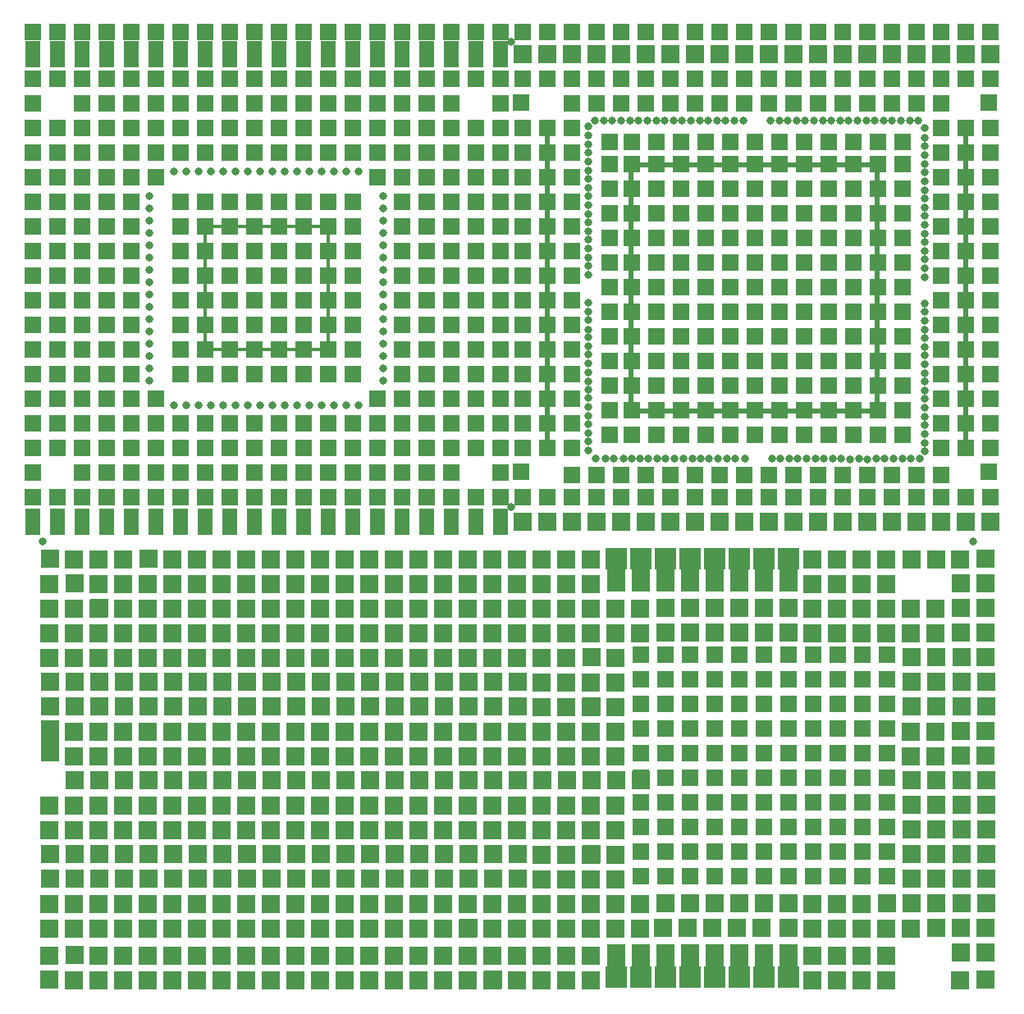
<source format=gbs>
G04 ---------------------------- Layer name :BOTTOM SOLDER LAYER*
G04 easyEDA 0.1*
G04 Scale: 100 percent, Rotated: No, Reflected: No *
G04 Dimensions in inches *
G04 leading zeros omitted , absolute positions ,2 integer and 4 * 
%FSLAX24Y24*%
%MOIN*%
G90*
G70D02*

%ADD11C,0.020000*%
%ADD12C,0.014000*%
%ADD13C,0.013910*%
%ADD14R,0.078079X0.078079*%
%ADD15R,0.078079X0.165480*%
%ADD16R,0.068000X0.068000*%
%ADD17R,0.078000X0.078000*%
%ADD18R,0.088000X0.088000*%
%ADD19C,0.068000*%
%ADD21R,0.063700X0.108300*%
%ADD22R,0.078079X0.106425*%
%ADD23C,0.032000*%
%ADD25C,0.032400*%

%LPD*%
G54D11*
G01X38200Y74300D02*
G01X38200Y61300D01*
G01X21200Y74300D02*
G01X21200Y61300D01*
G01X24600Y62800D02*
G01X34700Y62800D01*
G01X34600Y62800D02*
G01X34600Y72800D01*
G01X34700Y72800D02*
G01X24700Y72800D01*
G01X24600Y72900D02*
G01X24600Y62900D01*
G54D12*
G01X12300Y65300D02*
G01X7300Y65300D01*
G01X12300Y70300D02*
G01X12300Y65300D01*
G01X7300Y65300D02*
G01X7300Y70300D01*
G54D13*
G01X7300Y70300D02*
G01X12300Y70300D01*
G54D14*
G01X39000Y53800D03*
G01X975Y45784D03*
G01X975Y46784D03*
G54D15*
G01X1000Y49400D03*
G54D14*
G01X1975Y49784D03*
G01X1975Y48784D03*
G01X2975Y49784D03*
G01X2975Y48784D03*
G01X3975Y49784D03*
G01X3975Y48784D03*
G01X4975Y49784D03*
G01X4975Y48784D03*
G01X5975Y49784D03*
G01X5975Y48784D03*
G01X6975Y49784D03*
G01X6975Y48784D03*
G01X7975Y49784D03*
G01X7975Y48784D03*
G01X8975Y49784D03*
G01X8975Y48784D03*
G01X9975Y49784D03*
G01X9975Y48784D03*
G01X10975Y49784D03*
G01X10975Y48784D03*
G01X11975Y49784D03*
G01X11975Y48784D03*
G01X12975Y49784D03*
G01X12975Y48784D03*
G01X13975Y49784D03*
G01X13975Y48784D03*
G01X14975Y49784D03*
G01X14975Y48784D03*
G01X15975Y49784D03*
G01X15975Y48784D03*
G01X16975Y49784D03*
G01X16975Y48784D03*
G01X17975Y49784D03*
G01X17975Y48784D03*
G01X1975Y46784D03*
G01X1975Y45784D03*
G01X2975Y46784D03*
G01X2975Y45784D03*
G01X3975Y46784D03*
G01X3975Y45784D03*
G01X4975Y46784D03*
G01X4975Y45784D03*
G01X5975Y46784D03*
G01X5975Y45784D03*
G01X6975Y46784D03*
G01X6975Y45784D03*
G01X7975Y46784D03*
G01X7975Y45784D03*
G01X8975Y46784D03*
G01X8975Y45784D03*
G01X9975Y46784D03*
G01X9975Y45784D03*
G01X10975Y46784D03*
G01X10975Y45784D03*
G01X11975Y46784D03*
G01X11975Y45784D03*
G01X12975Y46784D03*
G01X12975Y45784D03*
G01X13975Y46784D03*
G01X13975Y45784D03*
G01X14975Y46784D03*
G01X14975Y45784D03*
G01X15975Y46784D03*
G01X15975Y45784D03*
G01X16975Y46784D03*
G01X16975Y45784D03*
G01X17975Y46784D03*
G01X17975Y45784D03*
G01X18975Y46784D03*
G01X18975Y45784D03*
G01X18975Y49784D03*
G01X18975Y48784D03*
G01X19975Y49784D03*
G01X19975Y48784D03*
G01X20975Y50784D03*
G01X20975Y49784D03*
G01X21975Y50784D03*
G01X21975Y49784D03*
G01X22975Y50784D03*
G01X22975Y49784D03*
G01X23975Y50784D03*
G01X23975Y49784D03*
G01X19975Y52784D03*
G01X19975Y46784D03*
G01X19975Y45784D03*
G01X20975Y46784D03*
G01X20975Y45784D03*
G01X21975Y46784D03*
G01X21975Y45784D03*
G01X22975Y46784D03*
G01X22975Y45784D03*
G01X23975Y46784D03*
G01X23975Y45784D03*
G01X975Y41784D03*
G01X975Y42784D03*
G01X1975Y42784D03*
G01X1975Y41784D03*
G01X2975Y42784D03*
G01X2975Y41784D03*
G01X3975Y42784D03*
G01X3975Y41784D03*
G01X4975Y42784D03*
G01X4975Y41784D03*
G01X5975Y42784D03*
G01X5975Y41784D03*
G01X6975Y42784D03*
G01X6975Y41784D03*
G01X7975Y42784D03*
G01X7975Y41784D03*
G01X8975Y42784D03*
G01X8975Y41784D03*
G01X9975Y42784D03*
G01X9975Y41784D03*
G01X10975Y42784D03*
G01X10975Y41784D03*
G01X11975Y42784D03*
G01X11975Y41784D03*
G01X12975Y42784D03*
G01X12975Y41784D03*
G01X13975Y42784D03*
G01X13975Y41784D03*
G01X14975Y42784D03*
G01X14975Y41784D03*
G01X15975Y42784D03*
G01X15975Y41784D03*
G01X16975Y42784D03*
G01X16975Y41784D03*
G01X17975Y42784D03*
G01X17975Y41784D03*
G01X18975Y42784D03*
G01X18975Y41784D03*
G01X19975Y42784D03*
G01X19975Y41784D03*
G01X20975Y42784D03*
G01X20975Y41784D03*
G01X21975Y42784D03*
G01X21975Y41784D03*
G01X22975Y42784D03*
G01X22975Y41784D03*
G01X23975Y42784D03*
G01X23975Y41784D03*
G01X24975Y42784D03*
G01X24975Y41784D03*
G01X975Y40684D03*
G01X1975Y39684D03*
G01X2975Y40684D03*
G01X2975Y39684D03*
G01X3975Y40684D03*
G01X3975Y39684D03*
G01X4975Y40684D03*
G01X4975Y39684D03*
G01X5975Y40684D03*
G01X5975Y39684D03*
G01X6975Y40684D03*
G01X6975Y39684D03*
G01X7975Y40684D03*
G01X7975Y39684D03*
G01X8975Y40684D03*
G01X8975Y39684D03*
G01X9975Y40684D03*
G01X9975Y39684D03*
G01X10975Y40684D03*
G01X10975Y39684D03*
G01X11975Y40684D03*
G01X11975Y39684D03*
G01X12975Y40684D03*
G01X12975Y39684D03*
G01X13975Y40684D03*
G01X13975Y39684D03*
G01X14975Y40684D03*
G01X14975Y39684D03*
G01X15975Y40684D03*
G01X15975Y39684D03*
G01X16975Y40684D03*
G01X16975Y39684D03*
G01X17975Y40684D03*
G01X17975Y39684D03*
G01X18975Y40684D03*
G01X18975Y39684D03*
G01X19975Y40684D03*
G01X19975Y39684D03*
G01X20975Y40684D03*
G01X20975Y39684D03*
G01X21975Y40684D03*
G01X21975Y39684D03*
G01X22975Y40684D03*
G01X22975Y39684D03*
G01X975Y55784D03*
G01X1975Y56784D03*
G01X2975Y56784D03*
G01X2975Y55784D03*
G01X3975Y56784D03*
G01X3975Y55784D03*
G01X5000Y56800D03*
G01X4975Y55784D03*
G01X5975Y56784D03*
G01X5975Y55784D03*
G01X6975Y56784D03*
G01X6975Y55784D03*
G01X7975Y56784D03*
G01X7975Y55784D03*
G01X8975Y56784D03*
G01X8975Y55784D03*
G01X9975Y56784D03*
G01X9975Y55784D03*
G01X10975Y56784D03*
G01X10975Y55784D03*
G01X11975Y56784D03*
G01X11975Y55784D03*
G01X12975Y56784D03*
G01X12975Y55784D03*
G01X13975Y56784D03*
G01X13975Y55784D03*
G01X14975Y56784D03*
G01X14975Y55784D03*
G01X15975Y56784D03*
G01X15975Y55784D03*
G01X16975Y56784D03*
G01X16975Y55784D03*
G01X17975Y56784D03*
G01X17975Y55784D03*
G01X18975Y56784D03*
G01X18975Y55784D03*
G01X19975Y56784D03*
G01X19975Y55784D03*
G01X20975Y56784D03*
G01X20975Y55784D03*
G01X21975Y56784D03*
G01X21975Y55784D03*
G01X22975Y56784D03*
G01X22975Y55784D03*
G01X975Y53784D03*
G01X975Y54784D03*
G01X1975Y54784D03*
G01X1975Y53784D03*
G01X2975Y54784D03*
G01X2975Y53784D03*
G01X3975Y54784D03*
G01X3975Y53784D03*
G01X4975Y54784D03*
G01X4975Y53784D03*
G01X5975Y54784D03*
G01X5975Y53784D03*
G01X6975Y54784D03*
G01X6975Y53784D03*
G01X7975Y54784D03*
G01X7975Y53784D03*
G01X8975Y54784D03*
G01X8975Y53784D03*
G01X9975Y54784D03*
G01X9975Y53784D03*
G01X10975Y54784D03*
G01X10975Y53784D03*
G01X11975Y54784D03*
G01X11975Y53784D03*
G01X12975Y54784D03*
G01X12975Y53784D03*
G01X13975Y54784D03*
G01X13975Y53784D03*
G01X14975Y54784D03*
G01X14975Y53784D03*
G01X15975Y54784D03*
G01X15975Y53784D03*
G01X16975Y54784D03*
G01X16975Y53784D03*
G01X17975Y54784D03*
G01X17975Y53784D03*
G01X18975Y54784D03*
G01X18975Y53784D03*
G01X19975Y54784D03*
G01X19975Y53784D03*
G01X20975Y54784D03*
G01X20975Y53784D03*
G01X21975Y54784D03*
G01X21975Y53784D03*
G01X22975Y54784D03*
G01X22975Y53784D03*
G01X23975Y54784D03*
G01X23975Y53784D03*
G01X24975Y54784D03*
G01X24975Y53784D03*
G01X20975Y52784D03*
G01X20975Y51784D03*
G01X21975Y52784D03*
G01X21975Y51784D03*
G01X23000Y52800D03*
G01X22975Y51784D03*
G01X23975Y52784D03*
G01X23975Y51784D03*
G01X20975Y44784D03*
G01X20975Y43784D03*
G01X21975Y44784D03*
G01X21975Y43784D03*
G01X22975Y44784D03*
G01X22975Y43784D03*
G01X23975Y44784D03*
G01X23975Y43784D03*
G01X25900Y41800D03*
G01X26900Y41800D03*
G01X27900Y41800D03*
G01X28900Y41800D03*
G01X35975Y48784D03*
G01X29900Y41800D03*
G01X31000Y41800D03*
G01X31975Y41784D03*
G01X32975Y41784D03*
G01X36975Y48784D03*
G01X31975Y40684D03*
G01X31975Y39684D03*
G01X32975Y40684D03*
G01X32975Y39684D03*
G01X33975Y41784D03*
G01X34975Y41784D03*
G01X35975Y41784D03*
G01X37000Y41800D03*
G01X33975Y40684D03*
G01X33975Y39684D03*
G01X34975Y40684D03*
G01X34975Y39684D03*
G01X39000Y40800D03*
G01X975Y52784D03*
G01X1975Y52784D03*
G01X2975Y52784D03*
G01X3975Y52784D03*
G01X4975Y52784D03*
G01X5975Y52784D03*
G01X6975Y52784D03*
G01X7975Y52784D03*
G01X8975Y52784D03*
G01X9975Y52784D03*
G01X10975Y52784D03*
G01X11975Y52784D03*
G01X12975Y52784D03*
G01X13975Y52784D03*
G01X14975Y52784D03*
G01X15975Y52784D03*
G01X16975Y52784D03*
G01X17975Y52784D03*
G01X18975Y52784D03*
G01X20975Y48784D03*
G01X21975Y48784D03*
G01X22975Y48784D03*
G01X23975Y48784D03*
G01X34975Y53784D03*
G01X37975Y39684D03*
G01X36000Y43800D03*
G01X36000Y42800D03*
G01X37000Y43800D03*
G01X37000Y42800D03*
G01X26000Y54800D03*
G01X27000Y54800D03*
G01X28000Y54800D03*
G01X29000Y54800D03*
G01X30000Y54800D03*
G01X31975Y55784D03*
G01X32975Y55784D03*
G01X33975Y55784D03*
G01X34975Y55784D03*
G01X31000Y54800D03*
G01X31975Y54784D03*
G01X32975Y54784D03*
G01X33975Y54784D03*
G01X34975Y54784D03*
G01X39000Y55800D03*
G01X36975Y53784D03*
G01X35975Y54784D03*
G01X36975Y54784D03*
G01X39000Y54800D03*
G01X35975Y53784D03*
G01X36000Y52800D03*
G01X37000Y52800D03*
G01X37000Y50800D03*
G01X36000Y51800D03*
G01X37000Y51800D03*
G01X36000Y50800D03*
G01X36000Y47800D03*
G01X37000Y47800D03*
G01X37000Y45800D03*
G01X36000Y46800D03*
G01X37000Y46800D03*
G01X36000Y45800D03*
G01X35975Y49784D03*
G01X36975Y49784D03*
G01X36000Y44800D03*
G01X37000Y44800D03*
G01X35000Y42800D03*
G01X31975Y56784D03*
G01X32975Y56784D03*
G01X33975Y56784D03*
G01X34975Y56784D03*
G01X37975Y56784D03*
G01X2000Y47800D03*
G01X3000Y47800D03*
G01X4000Y47800D03*
G01X5000Y47800D03*
G01X6000Y47800D03*
G01X7000Y47800D03*
G01X8000Y47800D03*
G01X9000Y47800D03*
G01X10000Y47800D03*
G01X11000Y47800D03*
G01X12000Y47800D03*
G01X13000Y47800D03*
G01X14000Y47800D03*
G01X15000Y47800D03*
G01X16000Y47800D03*
G01X17000Y47800D03*
G01X18000Y47800D03*
G01X19000Y47800D03*
G01X20000Y47800D03*
G01X21000Y47800D03*
G01X22000Y47800D03*
G01X23000Y47800D03*
G01X24000Y47800D03*
G01X2000Y55800D03*
G01X2000Y40700D03*
G01X1000Y56800D03*
G01X976Y39700D03*
G01X36000Y56784D03*
G01X37000Y56784D03*
G01X39000Y48800D03*
G01X39000Y41800D03*
G01X39025Y43815D03*
G01X39025Y42815D03*
G01X39025Y50815D03*
G01X39025Y51815D03*
G01X39025Y47815D03*
G01X39025Y45815D03*
G01X39025Y46815D03*
G01X39000Y49800D03*
G01X39025Y44815D03*
G01X39000Y53800D03*
G01X39000Y52800D03*
G01X38000Y48800D03*
G01X38000Y41800D03*
G01X38025Y43815D03*
G01X38025Y42815D03*
G01X38000Y53800D03*
G01X38000Y54800D03*
G01X38025Y52815D03*
G01X38025Y50815D03*
G01X38025Y51815D03*
G01X38025Y47815D03*
G01X38025Y45815D03*
G01X38025Y46815D03*
G01X38000Y49800D03*
G01X38025Y44815D03*
G01X38000Y40800D03*
G01X38000Y55800D03*
G54D16*
G01X35000Y43900D03*
G01X34000Y43900D03*
G01X33000Y43900D03*
G01X32000Y43900D03*
G01X31000Y43900D03*
G01X30000Y43900D03*
G01X29000Y43900D03*
G01X28000Y43900D03*
G01X27000Y43900D03*
G01X26000Y43900D03*
G01X25000Y43900D03*
G01X35000Y44900D03*
G01X34000Y44900D03*
G01X33000Y44900D03*
G01X32000Y44900D03*
G01X31000Y44900D03*
G01X30000Y44900D03*
G01X29000Y44900D03*
G01X28000Y44900D03*
G01X27000Y44900D03*
G01X26000Y44900D03*
G01X25000Y44900D03*
G01X35000Y45900D03*
G01X34000Y45900D03*
G01X33000Y45900D03*
G01X32000Y45900D03*
G01X31000Y45900D03*
G01X30000Y45900D03*
G01X29000Y45900D03*
G01X28000Y45900D03*
G01X27000Y45900D03*
G01X26000Y45900D03*
G01X25000Y45900D03*
G01X35000Y46900D03*
G01X34000Y46900D03*
G01X33000Y46900D03*
G01X32000Y46900D03*
G01X31000Y46900D03*
G01X30000Y46900D03*
G01X29000Y46900D03*
G01X28000Y46900D03*
G01X27000Y46900D03*
G01X26000Y46900D03*
G01X25000Y46900D03*
G01X35000Y47900D03*
G01X34000Y47900D03*
G01X33000Y47900D03*
G01X32000Y47900D03*
G01X31000Y47900D03*
G01X30000Y47900D03*
G01X29000Y47900D03*
G01X28000Y47900D03*
G01X27000Y47900D03*
G01X26000Y47900D03*
G01X25000Y47900D03*
G01X35000Y48900D03*
G01X34000Y48900D03*
G01X33000Y48900D03*
G01X32000Y48900D03*
G01X31000Y48900D03*
G01X30000Y48900D03*
G01X29000Y48900D03*
G01X28000Y48900D03*
G01X27000Y48900D03*
G01X26000Y48900D03*
G01X25000Y48900D03*
G01X35000Y49900D03*
G01X34000Y49900D03*
G01X33000Y49900D03*
G01X32000Y49900D03*
G01X31000Y49900D03*
G01X30000Y49900D03*
G01X29000Y49900D03*
G01X28000Y49900D03*
G01X27000Y49900D03*
G01X26000Y49900D03*
G01X25000Y49900D03*
G01X35000Y50900D03*
G01X34000Y50900D03*
G01X33000Y50900D03*
G01X32000Y50900D03*
G01X31000Y50900D03*
G01X30000Y50900D03*
G01X29000Y50900D03*
G01X28000Y50900D03*
G01X27000Y50900D03*
G01X26000Y50900D03*
G01X25000Y50900D03*
G01X35000Y51900D03*
G01X34000Y51900D03*
G01X33000Y51900D03*
G01X32000Y51900D03*
G01X31000Y51900D03*
G01X30000Y51900D03*
G01X29000Y51900D03*
G01X28000Y51900D03*
G01X27000Y51900D03*
G01X26000Y51900D03*
G01X25000Y51900D03*
G01X35000Y52900D03*
G01X34000Y52900D03*
G01X33000Y52900D03*
G01X32000Y52900D03*
G01X31000Y52900D03*
G01X30000Y52900D03*
G01X29000Y52900D03*
G01X28000Y52900D03*
G01X27000Y52900D03*
G01X26000Y52900D03*
G01X25000Y52900D03*
G01X13300Y59300D03*
G01X13300Y60300D03*
G01X13300Y61300D03*
G01X13300Y62300D03*
G01X14300Y59300D03*
G01X14300Y60300D03*
G01X14300Y61300D03*
G01X14300Y62300D03*
G01X15300Y59300D03*
G01X15300Y60300D03*
G01X15300Y61300D03*
G01X15300Y62300D03*
G01X16300Y59300D03*
G01X16300Y60300D03*
G01X16300Y61300D03*
G01X16300Y62300D03*
G01X17300Y59300D03*
G01X17300Y60300D03*
G01X17300Y61300D03*
G01X17300Y62300D03*
G01X18300Y59300D03*
G01X18300Y61300D03*
G01X18300Y62300D03*
G01X14300Y63300D03*
G01X15300Y63300D03*
G01X16300Y63300D03*
G01X17300Y63300D03*
G01X18300Y63300D03*
G01X13300Y64300D03*
G01X15300Y64300D03*
G01X16300Y64300D03*
G01X17300Y64300D03*
G01X18300Y64300D03*
G01X13300Y65300D03*
G01X13300Y66300D03*
G01X13300Y67300D03*
G01X13300Y68300D03*
G01X15300Y65300D03*
G01X15300Y66300D03*
G01X15300Y67300D03*
G01X15300Y68300D03*
G01X16300Y65300D03*
G01X16300Y66300D03*
G01X16300Y67300D03*
G01X16300Y68300D03*
G01X17300Y65300D03*
G01X17300Y66300D03*
G01X17300Y67300D03*
G01X17300Y68300D03*
G01X18300Y65300D03*
G01X18300Y66300D03*
G01X18300Y67300D03*
G01X18300Y68300D03*
G01X13300Y69300D03*
G01X15300Y69300D03*
G01X16300Y69300D03*
G01X17300Y69300D03*
G01X18300Y69300D03*
G01X13300Y70300D03*
G01X15300Y70300D03*
G01X16300Y70300D03*
G01X17300Y70300D03*
G01X18300Y70300D03*
G01X13300Y71300D03*
G01X13300Y73300D03*
G01X13300Y74300D03*
G01X14300Y72300D03*
G01X14300Y73300D03*
G01X14300Y74300D03*
G01X15300Y71300D03*
G01X15300Y72300D03*
G01X15300Y73300D03*
G01X15300Y74300D03*
G01X16300Y71300D03*
G01X16300Y72300D03*
G01X16300Y73300D03*
G01X16300Y74300D03*
G01X17300Y71300D03*
G01X17300Y72300D03*
G01X17300Y73300D03*
G01X17300Y74300D03*
G01X18300Y71300D03*
G01X18300Y72300D03*
G01X18300Y73300D03*
G01X18300Y74300D03*
G01X13300Y75300D03*
G01X14300Y75300D03*
G01X15300Y75300D03*
G01X16300Y75300D03*
G01X17300Y75300D03*
G01X13300Y76300D03*
G01X14300Y76300D03*
G01X15300Y76300D03*
G01X16300Y76300D03*
G01X17300Y76300D03*
G01X18300Y76300D03*
G01X7300Y59300D03*
G01X7300Y60300D03*
G01X7300Y61300D03*
G01X7300Y62300D03*
G01X8300Y59300D03*
G01X8300Y60300D03*
G01X8300Y61300D03*
G01X8300Y62300D03*
G01X9300Y59300D03*
G01X9300Y60300D03*
G01X9300Y61300D03*
G01X9300Y62300D03*
G01X10300Y59300D03*
G01X10300Y60300D03*
G01X10300Y61300D03*
G01X10300Y62300D03*
G01X11300Y59300D03*
G01X11300Y60300D03*
G01X11300Y61300D03*
G01X11300Y62300D03*
G01X12300Y59300D03*
G01X12300Y60300D03*
G01X12300Y61300D03*
G01X12300Y62300D03*
G01X7300Y64300D03*
G01X8300Y64300D03*
G01X9300Y64300D03*
G01X10300Y64300D03*
G01X11300Y64300D03*
G01X12300Y64300D03*
G01X7300Y65300D03*
G01X7300Y66300D03*
G01X7300Y67300D03*
G01X7300Y68300D03*
G01X8300Y65300D03*
G01X8300Y66300D03*
G01X8300Y67300D03*
G01X8300Y68300D03*
G01X9300Y65300D03*
G01X9300Y66300D03*
G01X9300Y67300D03*
G01X9300Y68300D03*
G01X10300Y65300D03*
G01X10300Y66300D03*
G01X10300Y67300D03*
G01X10300Y68300D03*
G01X11300Y65300D03*
G01X11300Y66300D03*
G01X11300Y67300D03*
G01X11300Y68300D03*
G01X12300Y65300D03*
G01X12300Y66300D03*
G01X12300Y67300D03*
G01X12300Y68300D03*
G01X7300Y69300D03*
G01X8300Y69300D03*
G01X9300Y69300D03*
G01X10300Y69300D03*
G01X11300Y69300D03*
G01X12300Y69300D03*
G01X7300Y70300D03*
G01X8300Y70300D03*
G01X9300Y70300D03*
G01X10300Y70300D03*
G01X11300Y70300D03*
G01X12300Y70300D03*
G01X7300Y71300D03*
G01X7300Y73300D03*
G01X7300Y74300D03*
G01X8300Y71300D03*
G01X8300Y73300D03*
G01X8300Y74300D03*
G01X9300Y71300D03*
G01X9300Y73300D03*
G01X9300Y74300D03*
G01X10300Y71300D03*
G01X10300Y73300D03*
G01X10300Y74300D03*
G01X11300Y71300D03*
G01X11300Y73300D03*
G01X11300Y74300D03*
G01X12300Y71300D03*
G01X12300Y73300D03*
G01X12300Y74300D03*
G01X7300Y75300D03*
G01X8300Y75300D03*
G01X9300Y75300D03*
G01X10300Y75300D03*
G01X11300Y75300D03*
G01X12300Y75300D03*
G01X7300Y76300D03*
G01X8300Y76300D03*
G01X9300Y76300D03*
G01X10300Y76300D03*
G01X11300Y76300D03*
G01X12300Y76300D03*
G01X1300Y59300D03*
G01X1300Y61300D03*
G01X1300Y62300D03*
G01X2300Y59300D03*
G01X2300Y60300D03*
G01X2300Y61300D03*
G01X2300Y62300D03*
G01X3300Y59300D03*
G01X3300Y60300D03*
G01X3300Y61300D03*
G01X3300Y62300D03*
G01X4300Y59300D03*
G01X4300Y60300D03*
G01X4300Y61300D03*
G01X4300Y62300D03*
G01X5300Y59300D03*
G01X5300Y60300D03*
G01X5300Y61300D03*
G01X5300Y62300D03*
G01X6300Y59300D03*
G01X6300Y60300D03*
G01X6300Y61300D03*
G01X6300Y62300D03*
G01X1300Y63300D03*
G01X2300Y63300D03*
G01X3300Y63300D03*
G01X4300Y63300D03*
G01X5300Y63300D03*
G01X1300Y64300D03*
G01X2300Y64300D03*
G01X3300Y64300D03*
G01X4300Y64300D03*
G01X6300Y64300D03*
G01X1300Y65300D03*
G01X1300Y66300D03*
G01X1300Y67300D03*
G01X1300Y68300D03*
G01X2300Y65300D03*
G01X2300Y66300D03*
G01X2300Y67300D03*
G01X2300Y68300D03*
G01X3300Y65300D03*
G01X3300Y66300D03*
G01X3300Y67300D03*
G01X3300Y68300D03*
G01X4300Y65300D03*
G01X4300Y66300D03*
G01X4300Y67300D03*
G01X4300Y68300D03*
G01X6300Y65300D03*
G01X6300Y66300D03*
G01X6300Y67300D03*
G01X6300Y68300D03*
G01X1300Y69300D03*
G01X2300Y69300D03*
G01X3300Y69300D03*
G01X4300Y69300D03*
G01X6300Y69300D03*
G01X1300Y70300D03*
G01X2300Y70300D03*
G01X3300Y70300D03*
G01X4300Y70300D03*
G01X6300Y70300D03*
G01X1300Y71300D03*
G01X1300Y72300D03*
G01X1300Y73300D03*
G01X1300Y74300D03*
G01X2300Y71300D03*
G01X2300Y72300D03*
G01X2300Y73300D03*
G01X2300Y74300D03*
G01X3300Y71300D03*
G01X3300Y72300D03*
G01X3300Y73300D03*
G01X3300Y74300D03*
G01X4300Y71300D03*
G01X4300Y72300D03*
G01X4300Y73300D03*
G01X4300Y74300D03*
G01X5300Y72300D03*
G01X5300Y73300D03*
G01X5300Y74300D03*
G01X6300Y71300D03*
G01X6300Y73300D03*
G01X6300Y74300D03*
G01X2300Y75300D03*
G01X3300Y75300D03*
G01X4300Y75300D03*
G01X5300Y75300D03*
G01X6300Y75300D03*
G01X1300Y76300D03*
G01X2300Y76300D03*
G01X3300Y76300D03*
G01X4300Y76300D03*
G01X5300Y76300D03*
G01X6300Y76300D03*
G01X300Y59300D03*
G01X300Y60300D03*
G01X300Y61300D03*
G01X300Y62300D03*
G01X300Y63300D03*
G01X300Y64300D03*
G01X300Y65300D03*
G01X300Y66300D03*
G01X300Y67300D03*
G01X300Y68300D03*
G01X300Y69300D03*
G01X300Y70300D03*
G01X300Y71300D03*
G01X300Y72300D03*
G01X300Y73300D03*
G01X300Y74300D03*
G01X300Y75300D03*
G01X300Y76300D03*
G01X19300Y59300D03*
G01X19300Y60300D03*
G01X19300Y61300D03*
G01X19300Y62300D03*
G01X19300Y63300D03*
G01X19300Y64300D03*
G01X19300Y65300D03*
G01X19300Y66300D03*
G01X19300Y67300D03*
G01X19300Y68300D03*
G01X19300Y69300D03*
G01X19300Y70300D03*
G01X19300Y71300D03*
G01X19300Y72300D03*
G01X19300Y73300D03*
G01X19300Y74300D03*
G01X19300Y75300D03*
G01X19300Y76300D03*
G01X13300Y78200D03*
G01X14300Y78200D03*
G01X15300Y78200D03*
G01X16300Y78200D03*
G01X17300Y78200D03*
G01X18300Y78200D03*
G01X7300Y78200D03*
G01X8300Y78200D03*
G01X9300Y78200D03*
G01X10300Y78200D03*
G01X11300Y78200D03*
G01X12300Y78200D03*
G01X1300Y78200D03*
G01X2300Y78200D03*
G01X3300Y78200D03*
G01X4300Y78200D03*
G01X5300Y78200D03*
G01X6300Y78200D03*
G01X300Y78200D03*
G01X19300Y78200D03*
G01X25200Y60200D03*
G01X26200Y60200D03*
G01X27200Y60200D03*
G01X28200Y60200D03*
G01X29200Y60200D03*
G01X30200Y60200D03*
G01X31200Y60200D03*
G01X32200Y60200D03*
G01X33200Y60200D03*
G01X34200Y60200D03*
G01X35200Y60200D03*
G01X36200Y60200D03*
G54D17*
G01X39200Y77300D03*
G01X38200Y77300D03*
G01X37200Y77300D03*
G01X36200Y77300D03*
G01X35200Y77300D03*
G01X34200Y77300D03*
G01X33200Y77300D03*
G01X32200Y77300D03*
G01X31200Y77300D03*
G01X30200Y77300D03*
G01X29200Y77300D03*
G01X28200Y77300D03*
G01X27200Y77300D03*
G01X26200Y77300D03*
G01X25200Y77300D03*
G01X24200Y77300D03*
G01X23200Y77300D03*
G01X22200Y77300D03*
G01X21200Y77300D03*
G01X20200Y77300D03*
G54D16*
G01X20200Y76300D03*
G01X21200Y76300D03*
G01X22200Y76300D03*
G01X23200Y76300D03*
G01X24200Y76300D03*
G01X25200Y76300D03*
G01X26200Y76300D03*
G01X27200Y76300D03*
G01X28200Y76300D03*
G01X29200Y76300D03*
G01X30200Y76300D03*
G01X31200Y76300D03*
G01X32200Y76300D03*
G01X33200Y76300D03*
G01X34200Y76300D03*
G01X35200Y76300D03*
G01X36200Y76300D03*
G01X37200Y76300D03*
G01X38200Y76300D03*
G01X39200Y76300D03*
G01X22200Y75300D03*
G01X23200Y75300D03*
G01X24200Y75300D03*
G01X25200Y75300D03*
G01X26200Y75300D03*
G01X27200Y75300D03*
G01X28200Y75300D03*
G01X29200Y75300D03*
G01X30200Y75300D03*
G01X31200Y75300D03*
G01X32200Y75300D03*
G01X33200Y75300D03*
G01X34200Y75300D03*
G01X35200Y75300D03*
G01X36200Y75300D03*
G01X37200Y75300D03*
G01X20200Y74300D03*
G01X21200Y74300D03*
G01X25630Y73740D03*
G01X39200Y73300D03*
G01X37200Y74300D03*
G01X38200Y74300D03*
G01X20200Y73300D03*
G01X21200Y73300D03*
G01X23730Y72840D03*
G01X24630Y73740D03*
G01X26630Y73740D03*
G01X27630Y73740D03*
G01X28630Y73740D03*
G01X29630Y73740D03*
G01X30630Y73740D03*
G01X31630Y73740D03*
G01X32630Y73740D03*
G01X33630Y73740D03*
G01X34630Y73740D03*
G01X35630Y73740D03*
G01X23730Y73740D03*
G01X39200Y74300D03*
G01X37200Y73300D03*
G01X38200Y73300D03*
G01X20200Y72300D03*
G01X21200Y72300D03*
G01X23730Y71840D03*
G01X37200Y72300D03*
G01X38200Y72300D03*
G01X39200Y72300D03*
G01X20200Y71300D03*
G01X21200Y71300D03*
G01X23730Y70840D03*
G01X24630Y72840D03*
G01X25630Y72840D03*
G01X26630Y72840D03*
G01X27630Y72840D03*
G01X28630Y72840D03*
G01X29630Y72840D03*
G01X30630Y72840D03*
G01X31630Y72840D03*
G01X32630Y72840D03*
G01X33630Y72840D03*
G01X34630Y72840D03*
G01X35630Y72840D03*
G01X37200Y71300D03*
G01X38200Y71300D03*
G01X39200Y71300D03*
G01X20200Y70300D03*
G01X21200Y70300D03*
G01X23730Y69840D03*
G01X24630Y71840D03*
G01X25630Y71840D03*
G01X26630Y71840D03*
G01X27630Y71840D03*
G01X28630Y71840D03*
G01X29630Y71840D03*
G01X30630Y71840D03*
G01X31630Y71840D03*
G01X32630Y71840D03*
G01X33630Y71840D03*
G01X34630Y71840D03*
G01X35630Y71840D03*
G01X37200Y70300D03*
G01X38200Y70300D03*
G01X39200Y70300D03*
G01X20200Y69300D03*
G01X21200Y69300D03*
G01X23730Y68840D03*
G01X24630Y70840D03*
G01X25630Y70840D03*
G01X26630Y70840D03*
G01X27630Y70840D03*
G01X28630Y70840D03*
G01X29630Y70840D03*
G01X30630Y70840D03*
G01X31630Y70840D03*
G01X32630Y70840D03*
G01X33630Y70840D03*
G01X34630Y70840D03*
G01X35630Y70840D03*
G01X37200Y69300D03*
G01X38200Y69300D03*
G01X39200Y69300D03*
G01X20200Y68300D03*
G01X21200Y68300D03*
G01X23730Y67840D03*
G01X24630Y69840D03*
G01X25630Y69840D03*
G01X26630Y69840D03*
G01X27630Y69840D03*
G01X28630Y69840D03*
G01X29630Y69840D03*
G01X30630Y69840D03*
G01X31630Y69840D03*
G01X32630Y69840D03*
G01X33630Y69840D03*
G01X34630Y69840D03*
G01X35630Y69840D03*
G01X37200Y68300D03*
G01X38200Y68300D03*
G01X39200Y68300D03*
G01X20200Y67300D03*
G01X21200Y67300D03*
G01X23730Y66840D03*
G01X24630Y68840D03*
G01X25630Y68840D03*
G01X26630Y68840D03*
G01X27630Y68840D03*
G01X28630Y68840D03*
G01X29630Y68840D03*
G01X30630Y68840D03*
G01X31630Y68840D03*
G01X32630Y68840D03*
G01X33630Y68840D03*
G01X34630Y68840D03*
G01X35630Y68840D03*
G01X37200Y67300D03*
G01X38200Y67300D03*
G01X39200Y67300D03*
G01X20200Y66300D03*
G01X21200Y66300D03*
G01X23730Y65840D03*
G01X24630Y67840D03*
G01X25630Y67840D03*
G01X26630Y67840D03*
G01X27630Y67840D03*
G01X28630Y67840D03*
G01X29630Y67840D03*
G01X30630Y67840D03*
G01X31630Y67840D03*
G01X32630Y67840D03*
G01X33630Y67840D03*
G01X34630Y67840D03*
G01X35630Y67840D03*
G01X37200Y66300D03*
G01X38200Y66300D03*
G01X39200Y66300D03*
G01X20200Y65300D03*
G01X21200Y65300D03*
G01X23730Y64840D03*
G01X24630Y66840D03*
G01X25630Y66840D03*
G01X26630Y66840D03*
G01X27630Y66840D03*
G01X28630Y66840D03*
G01X29630Y66840D03*
G01X30630Y66840D03*
G01X31630Y66840D03*
G01X32630Y66840D03*
G01X33630Y66840D03*
G01X34630Y66840D03*
G01X35630Y66840D03*
G01X37200Y65300D03*
G01X38200Y65300D03*
G01X39200Y65300D03*
G01X20200Y64300D03*
G01X21200Y64300D03*
G01X23730Y63840D03*
G01X24630Y65840D03*
G01X25630Y65840D03*
G01X26630Y65840D03*
G01X27630Y65840D03*
G01X28630Y65840D03*
G01X29630Y65840D03*
G01X30630Y65840D03*
G01X31630Y65840D03*
G01X32630Y65840D03*
G01X33630Y65840D03*
G01X34630Y65840D03*
G01X35630Y65840D03*
G01X37200Y64300D03*
G01X38200Y64300D03*
G01X39200Y64300D03*
G01X20200Y63300D03*
G01X21200Y63300D03*
G01X23730Y62840D03*
G01X24630Y64840D03*
G01X25630Y64840D03*
G01X26630Y64840D03*
G01X27630Y64840D03*
G01X28630Y64840D03*
G01X29630Y64840D03*
G01X30630Y64840D03*
G01X31630Y64840D03*
G01X32630Y64840D03*
G01X33630Y64840D03*
G01X34630Y64840D03*
G01X35630Y64840D03*
G01X37200Y63300D03*
G01X38200Y63300D03*
G01X39200Y63300D03*
G01X20200Y62300D03*
G01X21200Y62300D03*
G01X23730Y61840D03*
G01X24630Y63840D03*
G01X25630Y63840D03*
G01X26630Y63840D03*
G01X27630Y63840D03*
G01X28630Y63840D03*
G01X29630Y63840D03*
G01X30630Y63840D03*
G01X31630Y63840D03*
G01X32630Y63840D03*
G01X33630Y63840D03*
G01X34630Y63840D03*
G01X35630Y63840D03*
G01X37200Y62300D03*
G01X38200Y62300D03*
G01X39200Y62300D03*
G01X20200Y61300D03*
G01X21200Y61300D03*
G01X22200Y60200D03*
G01X24630Y62840D03*
G01X25630Y62840D03*
G01X26630Y62840D03*
G01X27630Y62840D03*
G01X28630Y62840D03*
G01X29630Y62840D03*
G01X30630Y62840D03*
G01X31630Y62840D03*
G01X32630Y62840D03*
G01X33630Y62840D03*
G01X34630Y62840D03*
G01X35630Y62840D03*
G01X37200Y61300D03*
G01X38200Y61300D03*
G01X39200Y61300D03*
G01X23200Y60200D03*
G01X24630Y61840D03*
G01X25630Y61840D03*
G01X26630Y61840D03*
G01X27630Y61840D03*
G01X28630Y61840D03*
G01X29630Y61840D03*
G01X30630Y61840D03*
G01X31630Y61840D03*
G01X32630Y61840D03*
G01X33630Y61840D03*
G01X34630Y61840D03*
G01X35630Y61840D03*
G01X37200Y60200D03*
G01X20200Y59300D03*
G01X21200Y59300D03*
G01X24200Y60200D03*
G01X37200Y59300D03*
G01X38200Y59300D03*
G01X39200Y59300D03*
G01X22200Y59300D03*
G01X23200Y59300D03*
G01X24200Y59300D03*
G01X25200Y59300D03*
G01X26200Y59300D03*
G01X27200Y59300D03*
G01X28200Y59300D03*
G01X29200Y59300D03*
G01X30200Y59300D03*
G01X31200Y59300D03*
G01X32200Y59300D03*
G01X33200Y59300D03*
G01X34200Y59300D03*
G01X35200Y59300D03*
G01X36200Y59300D03*
G54D17*
G01X39200Y58300D03*
G01X38200Y58300D03*
G01X37200Y58300D03*
G01X36200Y58300D03*
G01X35200Y58300D03*
G01X34200Y58300D03*
G01X33200Y58300D03*
G01X32200Y58300D03*
G01X31200Y58300D03*
G01X30200Y58300D03*
G01X29200Y58300D03*
G01X28200Y58300D03*
G01X27200Y58300D03*
G01X26200Y58300D03*
G01X25200Y58300D03*
G01X24200Y58300D03*
G01X23200Y58300D03*
G01X22200Y58300D03*
G01X21200Y58300D03*
G01X20200Y58300D03*
G54D16*
G01X22200Y74300D03*
G01X22200Y73300D03*
G01X22200Y72300D03*
G01X22200Y71300D03*
G01X22200Y70300D03*
G01X22200Y69300D03*
G01X22200Y68300D03*
G01X22200Y67300D03*
G01X22200Y66300D03*
G01X22200Y65300D03*
G01X22200Y64300D03*
G01X22200Y63300D03*
G01X22200Y62300D03*
G01X22200Y61300D03*
G01X20152Y75350D03*
G01X39152Y75350D03*
G01X39152Y60350D03*
G01X20152Y60350D03*
G01X33200Y78200D03*
G01X34200Y78200D03*
G01X35200Y78200D03*
G01X36200Y78200D03*
G01X37200Y78200D03*
G01X38200Y78200D03*
G01X27200Y78200D03*
G01X28200Y78200D03*
G01X29200Y78200D03*
G01X30200Y78200D03*
G01X31200Y78200D03*
G01X32200Y78200D03*
G01X21200Y78200D03*
G01X22200Y78200D03*
G01X23200Y78200D03*
G01X24200Y78200D03*
G01X25200Y78200D03*
G01X26200Y78200D03*
G01X20200Y78200D03*
G01X39200Y78200D03*
G54D14*
G01X26000Y53800D03*
G01X27000Y53800D03*
G01X28000Y53800D03*
G01X29000Y53800D03*
G01X30000Y53800D03*
G01X31000Y53800D03*
G01X31975Y53784D03*
G01X32975Y53784D03*
G01X33975Y53784D03*
G01X26000Y42800D03*
G01X27000Y42800D03*
G01X28000Y42800D03*
G01X29000Y42800D03*
G01X30000Y42800D03*
G01X31000Y42800D03*
G01X31975Y42784D03*
G01X32975Y42784D03*
G01X33975Y42784D03*
G54D17*
G01X20000Y51800D03*
G01X20000Y50800D03*
G01X19000Y51800D03*
G01X19000Y50800D03*
G01X18000Y51800D03*
G01X18000Y50800D03*
G01X17000Y51800D03*
G01X17000Y50800D03*
G01X16000Y51800D03*
G01X16000Y50800D03*
G01X15000Y51800D03*
G01X15000Y50800D03*
G01X14000Y51800D03*
G01X14000Y50800D03*
G01X13000Y51800D03*
G01X13000Y50800D03*
G01X12000Y51800D03*
G01X12000Y50800D03*
G01X11000Y51800D03*
G01X11000Y50800D03*
G01X10000Y51800D03*
G01X10000Y50800D03*
G01X9000Y51800D03*
G01X9000Y50800D03*
G01X8000Y51800D03*
G01X8000Y50800D03*
G01X7000Y51800D03*
G01X7000Y50800D03*
G01X6000Y51800D03*
G01X6000Y50800D03*
G01X5000Y51800D03*
G01X5000Y50800D03*
G01X4000Y51800D03*
G01X4000Y50800D03*
G01X3000Y51800D03*
G01X3000Y50800D03*
G01X2000Y51800D03*
G01X2000Y50800D03*
G01X1000Y51800D03*
G01X1000Y50800D03*
G01X20000Y44800D03*
G01X20000Y43800D03*
G01X19000Y44800D03*
G01X19000Y43800D03*
G01X18000Y44800D03*
G01X18000Y43800D03*
G01X17000Y44800D03*
G01X17000Y43800D03*
G01X16000Y44800D03*
G01X16000Y43800D03*
G01X15000Y44800D03*
G01X15000Y43800D03*
G01X14000Y44800D03*
G01X14000Y43800D03*
G01X13000Y44800D03*
G01X13000Y43800D03*
G01X12000Y44800D03*
G01X12000Y43800D03*
G01X11000Y44800D03*
G01X11000Y43800D03*
G01X10000Y44800D03*
G01X10000Y43800D03*
G01X9000Y44800D03*
G01X9000Y43800D03*
G01X8000Y44800D03*
G01X8000Y43800D03*
G01X7000Y44800D03*
G01X7000Y43800D03*
G01X6000Y44800D03*
G01X6000Y43800D03*
G01X5000Y44800D03*
G01X5000Y43800D03*
G01X4000Y44800D03*
G01X4000Y43800D03*
G01X3000Y44800D03*
G01X3000Y43800D03*
G01X2000Y44800D03*
G01X2000Y43800D03*
G01X1000Y44800D03*
G01X1000Y43800D03*
G54D18*
G01X24000Y56800D03*
G01X25000Y56800D03*
G01X26000Y56800D03*
G01X27000Y56800D03*
G01X28000Y56800D03*
G01X29000Y56800D03*
G01X30000Y56800D03*
G01X31000Y56800D03*
G01X24000Y39800D03*
G01X25000Y39800D03*
G01X26000Y39800D03*
G01X27000Y39800D03*
G01X28000Y39800D03*
G01X29000Y39800D03*
G01X30000Y39800D03*
G01X31000Y39800D03*
G54D19*
G01X38007Y40800D03*
G01X38007Y41800D03*
G01X38007Y42800D03*
G01X38007Y43800D03*
G01X38007Y44800D03*
G01X38007Y45800D03*
G01X38007Y46800D03*
G01X38007Y47800D03*
G01X38007Y48800D03*
G01X38007Y49800D03*
G01X38007Y50800D03*
G01X38007Y51800D03*
G01X38007Y52800D03*
G01X38007Y53800D03*
G01X38007Y54800D03*
G01X38007Y55800D03*
G54D21*
G01X19300Y77300D03*
G01X18300Y77300D03*
G01X17300Y77300D03*
G01X16300Y77300D03*
G01X15300Y77300D03*
G01X14300Y77300D03*
G01X13300Y77300D03*
G01X12300Y77300D03*
G01X11300Y77300D03*
G01X10300Y77300D03*
G01X9300Y77300D03*
G01X8300Y77300D03*
G01X7300Y77300D03*
G01X6300Y77300D03*
G01X5300Y77300D03*
G01X4300Y77300D03*
G01X3300Y77300D03*
G01X2300Y77300D03*
G01X1300Y77300D03*
G01X300Y77300D03*
G01X19300Y58300D03*
G01X18300Y58300D03*
G01X17300Y58300D03*
G01X16300Y58300D03*
G01X15300Y58300D03*
G01X14300Y58300D03*
G01X13300Y58300D03*
G01X12300Y58300D03*
G01X11300Y58300D03*
G01X10300Y58300D03*
G01X9300Y58300D03*
G01X8300Y58300D03*
G01X7300Y58300D03*
G01X6300Y58300D03*
G01X5300Y58300D03*
G01X4300Y58300D03*
G01X3300Y58300D03*
G01X2300Y58300D03*
G01X1300Y58300D03*
G01X300Y58300D03*
G54D14*
G01X2000Y47800D03*
G01X25000Y47800D03*
G54D22*
G01X24000Y56000D03*
G01X25000Y56000D03*
G01X26000Y56000D03*
G01X27000Y56000D03*
G01X28000Y56000D03*
G01X29000Y56000D03*
G01X30000Y56000D03*
G01X31000Y56000D03*
G54D14*
G01X39000Y56800D03*
G54D22*
G01X24000Y40600D03*
G01X25000Y40600D03*
G01X26000Y40600D03*
G01X27000Y40600D03*
G01X28000Y40600D03*
G01X29000Y40600D03*
G01X30000Y40600D03*
G01X31000Y40600D03*
G54D14*
G01X39000Y39700D03*
G01X1000Y49800D03*
G01X23000Y44800D03*
G01X19000Y39700D03*
G01X18000Y41800D03*
G01X23000Y50800D03*
G01X1000Y56800D03*
G01X3000Y54800D03*
G54D23*
G01X5050Y64050D03*
G01X5050Y64550D03*
G01X5050Y65050D03*
G01X5050Y65550D03*
G01X5050Y66050D03*
G01X5050Y66550D03*
G01X5050Y67050D03*
G01X5050Y67550D03*
G01X5050Y68050D03*
G01X5050Y68550D03*
G01X5050Y69050D03*
G01X5050Y69550D03*
G01X5050Y70050D03*
G01X5050Y70550D03*
G01X5050Y71050D03*
G01X5050Y71550D03*
G01X6550Y63050D03*
G01X6050Y63050D03*
G01X8550Y63050D03*
G01X8050Y63050D03*
G01X7550Y63050D03*
G01X7050Y63050D03*
G01X10550Y63050D03*
G01X10050Y63050D03*
G01X9550Y63050D03*
G01X9050Y63050D03*
G01X7050Y72550D03*
G01X6050Y72550D03*
G01X6550Y72550D03*
G01X8050Y72550D03*
G01X7550Y72550D03*
G01X11550Y63050D03*
G01X11050Y63050D03*
G01X10050Y72550D03*
G01X9550Y72550D03*
G01X9050Y72550D03*
G01X8550Y72550D03*
G01X12050Y72550D03*
G01X11550Y72550D03*
G01X11050Y72550D03*
G01X10550Y72550D03*
G01X14550Y64050D03*
G01X14550Y66050D03*
G01X14550Y65550D03*
G01X14550Y65050D03*
G01X14550Y64550D03*
G01X14550Y68050D03*
G01X14550Y67550D03*
G01X14550Y67050D03*
G01X14550Y66550D03*
G01X14550Y70050D03*
G01X14550Y69550D03*
G01X14550Y69050D03*
G01X14550Y68550D03*
G01X12550Y63050D03*
G01X12050Y63050D03*
G01X13550Y63050D03*
G01X13050Y63050D03*
G01X13050Y72550D03*
G01X12550Y72550D03*
G01X13550Y72550D03*
G01X14550Y71050D03*
G01X14550Y71550D03*
G01X14550Y70550D03*
G54D25*
G01X29227Y60863D03*
G01X28852Y60863D03*
G01X28505Y60863D03*
G01X27784Y60863D03*
G01X27111Y60863D03*
G01X26384Y60863D03*
G01X25663Y60863D03*
G01X24984Y60863D03*
G01X24305Y60863D03*
G01X23556Y60863D03*
G01X22876Y61223D03*
G01X22876Y61917D03*
G01X22876Y62609D03*
G01X22876Y63330D03*
G01X22876Y64003D03*
G01X22876Y64738D03*
G01X22876Y65444D03*
G01X22876Y66123D03*
G01X22876Y66838D03*
G01X28138Y60863D03*
G01X27444Y60863D03*
G01X26744Y60863D03*
G01X26015Y60863D03*
G01X25309Y60863D03*
G01X24631Y60863D03*
G01X23902Y60863D03*
G01X23181Y60863D03*
G01X22876Y61563D03*
G01X22877Y62277D03*
G01X22876Y62963D03*
G01X22877Y63677D03*
G01X22877Y64363D03*
G01X22876Y65105D03*
G01X22876Y65806D03*
G01X22876Y66527D03*
G01X22876Y67206D03*
G01X22877Y68351D03*
G01X22876Y68705D03*
G01X22877Y69059D03*
G01X22876Y69765D03*
G01X22876Y70473D03*
G01X22876Y71180D03*
G01X22876Y71886D03*
G01X22876Y72594D03*
G01X22876Y73301D03*
G01X22876Y74008D03*
G01X23146Y74623D03*
G01X23852Y74623D03*
G01X24560Y74623D03*
G01X25267Y74623D03*
G01X25973Y74623D03*
G01X26681Y74623D03*
G01X27388Y74623D03*
G01X28094Y74623D03*
G01X28802Y74623D03*
G01X22876Y69411D03*
G01X22876Y70119D03*
G01X22877Y70826D03*
G01X22877Y71533D03*
G01X22877Y72240D03*
G01X22877Y72948D03*
G01X22876Y73655D03*
G01X22876Y74363D03*
G01X23498Y74623D03*
G01X24206Y74623D03*
G01X24913Y74623D03*
G01X25619Y74623D03*
G01X26327Y74623D03*
G01X27035Y74623D03*
G01X27742Y74623D03*
G01X28448Y74623D03*
G01X29156Y74623D03*
G01X30322Y60863D03*
G01X30676Y60863D03*
G01X31030Y60863D03*
G01X31736Y60863D03*
G01X32443Y60863D03*
G01X33151Y60863D03*
G01X33857Y60863D03*
G01X34564Y60863D03*
G01X35272Y60863D03*
G01X35980Y60863D03*
G01X36526Y61173D03*
G01X36526Y61880D03*
G01X36526Y62588D03*
G01X36526Y63296D03*
G01X36526Y64003D03*
G01X36526Y64709D03*
G01X36526Y65417D03*
G01X36526Y66123D03*
G01X36527Y66831D03*
G01X31382Y60863D03*
G01X32089Y60863D03*
G01X32797Y60863D03*
G01X33505Y60861D03*
G01X34211Y60861D03*
G01X34918Y60863D03*
G01X35626Y60863D03*
G01X36332Y60863D03*
G01X36526Y61528D03*
G01X36526Y62234D03*
G01X36526Y62942D03*
G01X36526Y64355D03*
G01X36526Y65063D03*
G01X36526Y65769D03*
G01X36526Y66478D03*
G01X36526Y67184D03*
G01X36527Y68259D03*
G01X36526Y68613D03*
G01X36526Y68967D03*
G01X36526Y69673D03*
G01X36526Y70381D03*
G01X36526Y71088D03*
G01X36526Y71794D03*
G01X36526Y72502D03*
G01X36526Y73209D03*
G01X36526Y73915D03*
G01X36277Y74623D03*
G01X35568Y74623D03*
G01X34861Y74623D03*
G01X34155Y74623D03*
G01X33447Y74623D03*
G01X32740Y74623D03*
G01X32034Y74623D03*
G01X31327Y74623D03*
G01X30619Y74623D03*
G01X36526Y69319D03*
G01X36526Y70027D03*
G01X36526Y70734D03*
G01X36527Y71440D03*
G01X36526Y72148D03*
G01X36526Y72856D03*
G01X36526Y73563D03*
G01X36526Y74304D03*
G01X35922Y74623D03*
G01X35215Y74623D03*
G01X34509Y74623D03*
G01X33802Y74623D03*
G01X33094Y74623D03*
G01X32386Y74623D03*
G01X31680Y74623D03*
G01X30972Y74623D03*
G01X30265Y74623D03*
G01X36519Y63650D03*
G54D23*
G01X38500Y57500D03*
G01X700Y57500D03*
G01X28900Y51900D03*
G01X29900Y51900D03*
G01X30900Y51900D03*
G01X26000Y51900D03*
G01X26000Y44900D03*
G01X28900Y44900D03*
G01X29900Y44900D03*
G01X30900Y44900D03*
G01X34000Y44900D03*
G01X34000Y51900D03*
G01X34000Y52800D03*
G01X33000Y52800D03*
G01X32000Y52800D03*
G01X31000Y52800D03*
G01X30000Y52800D03*
G01X28000Y52800D03*
G01X27000Y52800D03*
G01X26000Y52800D03*
G01X34000Y43800D03*
G01X26000Y43800D03*
G01X29000Y52800D03*
G01X26000Y43800D03*
G01X33000Y43800D03*
G01X32000Y43800D03*
G01X31000Y43800D03*
G01X30000Y43800D03*
G01X29000Y43800D03*
G01X28000Y43800D03*
G01X27000Y43800D03*
G01X19747Y58900D03*
G01X19747Y77813D03*

M00*
M02*
</source>
